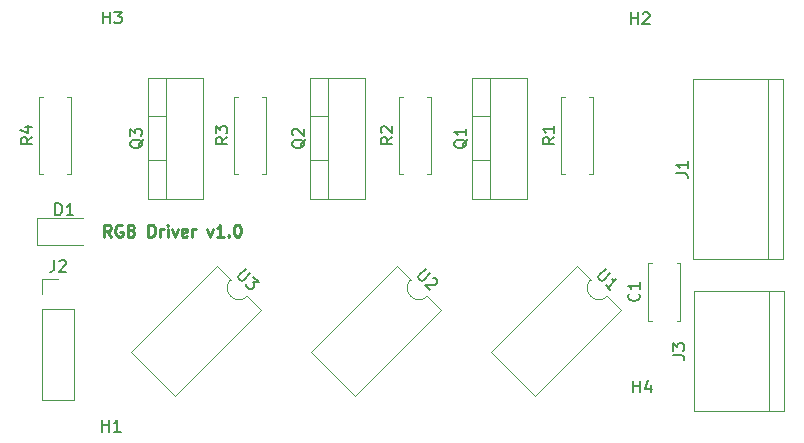
<source format=gbr>
%TF.GenerationSoftware,KiCad,Pcbnew,5.1.6-c6e7f7d~87~ubuntu18.04.1*%
%TF.CreationDate,2021-06-08T23:32:45+01:00*%
%TF.ProjectId,hp_led_driver,68705f6c-6564-45f6-9472-697665722e6b,rev?*%
%TF.SameCoordinates,Original*%
%TF.FileFunction,Legend,Top*%
%TF.FilePolarity,Positive*%
%FSLAX46Y46*%
G04 Gerber Fmt 4.6, Leading zero omitted, Abs format (unit mm)*
G04 Created by KiCad (PCBNEW 5.1.6-c6e7f7d~87~ubuntu18.04.1) date 2021-06-08 23:32:45*
%MOMM*%
%LPD*%
G01*
G04 APERTURE LIST*
%ADD10C,0.250000*%
%ADD11C,0.120000*%
%ADD12C,0.150000*%
G04 APERTURE END LIST*
D10*
X152543523Y-89606380D02*
X152210190Y-89130190D01*
X151972095Y-89606380D02*
X151972095Y-88606380D01*
X152353047Y-88606380D01*
X152448285Y-88654000D01*
X152495904Y-88701619D01*
X152543523Y-88796857D01*
X152543523Y-88939714D01*
X152495904Y-89034952D01*
X152448285Y-89082571D01*
X152353047Y-89130190D01*
X151972095Y-89130190D01*
X153495904Y-88654000D02*
X153400666Y-88606380D01*
X153257809Y-88606380D01*
X153114952Y-88654000D01*
X153019714Y-88749238D01*
X152972095Y-88844476D01*
X152924476Y-89034952D01*
X152924476Y-89177809D01*
X152972095Y-89368285D01*
X153019714Y-89463523D01*
X153114952Y-89558761D01*
X153257809Y-89606380D01*
X153353047Y-89606380D01*
X153495904Y-89558761D01*
X153543523Y-89511142D01*
X153543523Y-89177809D01*
X153353047Y-89177809D01*
X154305428Y-89082571D02*
X154448285Y-89130190D01*
X154495904Y-89177809D01*
X154543523Y-89273047D01*
X154543523Y-89415904D01*
X154495904Y-89511142D01*
X154448285Y-89558761D01*
X154353047Y-89606380D01*
X153972095Y-89606380D01*
X153972095Y-88606380D01*
X154305428Y-88606380D01*
X154400666Y-88654000D01*
X154448285Y-88701619D01*
X154495904Y-88796857D01*
X154495904Y-88892095D01*
X154448285Y-88987333D01*
X154400666Y-89034952D01*
X154305428Y-89082571D01*
X153972095Y-89082571D01*
X155734000Y-89606380D02*
X155734000Y-88606380D01*
X155972095Y-88606380D01*
X156114952Y-88654000D01*
X156210190Y-88749238D01*
X156257809Y-88844476D01*
X156305428Y-89034952D01*
X156305428Y-89177809D01*
X156257809Y-89368285D01*
X156210190Y-89463523D01*
X156114952Y-89558761D01*
X155972095Y-89606380D01*
X155734000Y-89606380D01*
X156734000Y-89606380D02*
X156734000Y-88939714D01*
X156734000Y-89130190D02*
X156781619Y-89034952D01*
X156829238Y-88987333D01*
X156924476Y-88939714D01*
X157019714Y-88939714D01*
X157353047Y-89606380D02*
X157353047Y-88939714D01*
X157353047Y-88606380D02*
X157305428Y-88654000D01*
X157353047Y-88701619D01*
X157400666Y-88654000D01*
X157353047Y-88606380D01*
X157353047Y-88701619D01*
X157734000Y-88939714D02*
X157972095Y-89606380D01*
X158210190Y-88939714D01*
X158972095Y-89558761D02*
X158876857Y-89606380D01*
X158686380Y-89606380D01*
X158591142Y-89558761D01*
X158543523Y-89463523D01*
X158543523Y-89082571D01*
X158591142Y-88987333D01*
X158686380Y-88939714D01*
X158876857Y-88939714D01*
X158972095Y-88987333D01*
X159019714Y-89082571D01*
X159019714Y-89177809D01*
X158543523Y-89273047D01*
X159448285Y-89606380D02*
X159448285Y-88939714D01*
X159448285Y-89130190D02*
X159495904Y-89034952D01*
X159543523Y-88987333D01*
X159638761Y-88939714D01*
X159734000Y-88939714D01*
X160734000Y-88939714D02*
X160972095Y-89606380D01*
X161210190Y-88939714D01*
X162114952Y-89606380D02*
X161543523Y-89606380D01*
X161829238Y-89606380D02*
X161829238Y-88606380D01*
X161734000Y-88749238D01*
X161638761Y-88844476D01*
X161543523Y-88892095D01*
X162543523Y-89511142D02*
X162591142Y-89558761D01*
X162543523Y-89606380D01*
X162495904Y-89558761D01*
X162543523Y-89511142D01*
X162543523Y-89606380D01*
X163210190Y-88606380D02*
X163305428Y-88606380D01*
X163400666Y-88654000D01*
X163448285Y-88701619D01*
X163495904Y-88796857D01*
X163543523Y-88987333D01*
X163543523Y-89225428D01*
X163495904Y-89415904D01*
X163448285Y-89511142D01*
X163400666Y-89558761D01*
X163305428Y-89606380D01*
X163210190Y-89606380D01*
X163114952Y-89558761D01*
X163067333Y-89511142D01*
X163019714Y-89415904D01*
X162972095Y-89225428D01*
X162972095Y-88987333D01*
X163019714Y-88796857D01*
X163067333Y-88701619D01*
X163114952Y-88654000D01*
X163210190Y-88606380D01*
D11*
%TO.C,U2*%
X180514362Y-95829458D02*
X179347636Y-94662732D01*
X173245304Y-103098515D02*
X180514362Y-95829458D01*
X169497638Y-99350850D02*
X173245304Y-103098515D01*
X176766696Y-92081792D02*
X169497638Y-99350850D01*
X177933422Y-93248518D02*
X176766696Y-92081792D01*
X179347636Y-94662732D02*
G75*
G02*
X177933422Y-93248518I-707107J707107D01*
G01*
%TO.C,C1*%
X200445000Y-91804000D02*
X200760000Y-91804000D01*
X198020000Y-91804000D02*
X198335000Y-91804000D01*
X200445000Y-96744000D02*
X200760000Y-96744000D01*
X198020000Y-96744000D02*
X198335000Y-96744000D01*
X200760000Y-96744000D02*
X200760000Y-91804000D01*
X198020000Y-96744000D02*
X198020000Y-91804000D01*
%TO.C,R3*%
X163298000Y-84296000D02*
X162968000Y-84296000D01*
X162968000Y-84296000D02*
X162968000Y-77756000D01*
X162968000Y-77756000D02*
X163298000Y-77756000D01*
X165378000Y-84296000D02*
X165708000Y-84296000D01*
X165708000Y-84296000D02*
X165708000Y-77756000D01*
X165708000Y-77756000D02*
X165378000Y-77756000D01*
%TO.C,R2*%
X177268000Y-84296000D02*
X176938000Y-84296000D01*
X176938000Y-84296000D02*
X176938000Y-77756000D01*
X176938000Y-77756000D02*
X177268000Y-77756000D01*
X179348000Y-84296000D02*
X179678000Y-84296000D01*
X179678000Y-84296000D02*
X179678000Y-77756000D01*
X179678000Y-77756000D02*
X179348000Y-77756000D01*
%TO.C,R1*%
X190984000Y-84296000D02*
X190654000Y-84296000D01*
X190654000Y-84296000D02*
X190654000Y-77756000D01*
X190654000Y-77756000D02*
X190984000Y-77756000D01*
X193064000Y-84296000D02*
X193394000Y-84296000D01*
X193394000Y-84296000D02*
X193394000Y-77756000D01*
X193394000Y-77756000D02*
X193064000Y-77756000D01*
%TO.C,J1*%
X209423000Y-91503500D02*
X209423000Y-76263500D01*
X201803000Y-91503500D02*
X201803000Y-76263500D01*
X208153000Y-91503500D02*
X208153000Y-76263500D01*
X209423000Y-76263500D02*
X201803000Y-76263500D01*
X209423000Y-91503500D02*
X201803000Y-91503500D01*
%TO.C,J2*%
X146752000Y-93158000D02*
X148082000Y-93158000D01*
X146752000Y-94488000D02*
X146752000Y-93158000D01*
X146752000Y-95758000D02*
X149412000Y-95758000D01*
X149412000Y-95758000D02*
X149412000Y-103438000D01*
X146752000Y-95758000D02*
X146752000Y-103438000D01*
X146752000Y-103438000D02*
X149412000Y-103438000D01*
%TO.C,J3*%
X209550000Y-104394000D02*
X209550000Y-94234000D01*
X201930000Y-104394000D02*
X209550000Y-104394000D01*
X201930000Y-94234000D02*
X201930000Y-104394000D01*
X209550000Y-94234000D02*
X201930000Y-94234000D01*
X208280000Y-94234000D02*
X208280000Y-104394000D01*
%TO.C,Q1*%
X183166000Y-79429000D02*
X184676000Y-79429000D01*
X183166000Y-83130000D02*
X184676000Y-83130000D01*
X184676000Y-86400000D02*
X184676000Y-76160000D01*
X183166000Y-76160000D02*
X187807000Y-76160000D01*
X183166000Y-86400000D02*
X187807000Y-86400000D01*
X187807000Y-86400000D02*
X187807000Y-76160000D01*
X183166000Y-86400000D02*
X183166000Y-76160000D01*
%TO.C,Q2*%
X169450000Y-86400000D02*
X169450000Y-76160000D01*
X174091000Y-86400000D02*
X174091000Y-76160000D01*
X169450000Y-86400000D02*
X174091000Y-86400000D01*
X169450000Y-76160000D02*
X174091000Y-76160000D01*
X170960000Y-86400000D02*
X170960000Y-76160000D01*
X169450000Y-83130000D02*
X170960000Y-83130000D01*
X169450000Y-79429000D02*
X170960000Y-79429000D01*
%TO.C,Q3*%
X155734000Y-79429000D02*
X157244000Y-79429000D01*
X155734000Y-83130000D02*
X157244000Y-83130000D01*
X157244000Y-86400000D02*
X157244000Y-76160000D01*
X155734000Y-76160000D02*
X160375000Y-76160000D01*
X155734000Y-86400000D02*
X160375000Y-86400000D01*
X160375000Y-86400000D02*
X160375000Y-76160000D01*
X155734000Y-86400000D02*
X155734000Y-76160000D01*
%TO.C,U1*%
X193173422Y-93248518D02*
X192006696Y-92081792D01*
X192006696Y-92081792D02*
X184737638Y-99350850D01*
X184737638Y-99350850D02*
X188485304Y-103098515D01*
X188485304Y-103098515D02*
X195754362Y-95829458D01*
X195754362Y-95829458D02*
X194587636Y-94662732D01*
X194587636Y-94662732D02*
G75*
G02*
X193173422Y-93248518I-707107J707107D01*
G01*
%TO.C,U3*%
X162693422Y-93248518D02*
X161526696Y-92081792D01*
X161526696Y-92081792D02*
X154257638Y-99350850D01*
X154257638Y-99350850D02*
X158005304Y-103098515D01*
X158005304Y-103098515D02*
X165274362Y-95829458D01*
X165274362Y-95829458D02*
X164107636Y-94662732D01*
X164107636Y-94662732D02*
G75*
G02*
X162693422Y-93248518I-707107J707107D01*
G01*
%TO.C,R4*%
X149198000Y-77756000D02*
X148868000Y-77756000D01*
X149198000Y-84296000D02*
X149198000Y-77756000D01*
X148868000Y-84296000D02*
X149198000Y-84296000D01*
X146458000Y-77756000D02*
X146788000Y-77756000D01*
X146458000Y-84296000D02*
X146458000Y-77756000D01*
X146788000Y-84296000D02*
X146458000Y-84296000D01*
%TO.C,D1*%
X146305000Y-90289000D02*
X150190000Y-90289000D01*
X146305000Y-88019000D02*
X146305000Y-90289000D01*
X150190000Y-88019000D02*
X146305000Y-88019000D01*
%TO.C,U2*%
D12*
X179196113Y-92322544D02*
X178623693Y-92894964D01*
X178590021Y-92995979D01*
X178590021Y-93063323D01*
X178623693Y-93164338D01*
X178758380Y-93299025D01*
X178859395Y-93332697D01*
X178926739Y-93332697D01*
X179027754Y-93299025D01*
X179600174Y-92726605D01*
X179835876Y-93096995D02*
X179903219Y-93096995D01*
X180004235Y-93130666D01*
X180172593Y-93299025D01*
X180206265Y-93400040D01*
X180206265Y-93467384D01*
X180172593Y-93568399D01*
X180105250Y-93635743D01*
X179970563Y-93703086D01*
X179162441Y-93703086D01*
X179600174Y-94140819D01*
%TO.C,C1*%
X197247142Y-94440666D02*
X197294761Y-94488285D01*
X197342380Y-94631142D01*
X197342380Y-94726380D01*
X197294761Y-94869238D01*
X197199523Y-94964476D01*
X197104285Y-95012095D01*
X196913809Y-95059714D01*
X196770952Y-95059714D01*
X196580476Y-95012095D01*
X196485238Y-94964476D01*
X196390000Y-94869238D01*
X196342380Y-94726380D01*
X196342380Y-94631142D01*
X196390000Y-94488285D01*
X196437619Y-94440666D01*
X197342380Y-93488285D02*
X197342380Y-94059714D01*
X197342380Y-93774000D02*
X196342380Y-93774000D01*
X196485238Y-93869238D01*
X196580476Y-93964476D01*
X196628095Y-94059714D01*
%TO.C,R3*%
X162420380Y-81192666D02*
X161944190Y-81526000D01*
X162420380Y-81764095D02*
X161420380Y-81764095D01*
X161420380Y-81383142D01*
X161468000Y-81287904D01*
X161515619Y-81240285D01*
X161610857Y-81192666D01*
X161753714Y-81192666D01*
X161848952Y-81240285D01*
X161896571Y-81287904D01*
X161944190Y-81383142D01*
X161944190Y-81764095D01*
X161420380Y-80859333D02*
X161420380Y-80240285D01*
X161801333Y-80573619D01*
X161801333Y-80430761D01*
X161848952Y-80335523D01*
X161896571Y-80287904D01*
X161991809Y-80240285D01*
X162229904Y-80240285D01*
X162325142Y-80287904D01*
X162372761Y-80335523D01*
X162420380Y-80430761D01*
X162420380Y-80716476D01*
X162372761Y-80811714D01*
X162325142Y-80859333D01*
%TO.C,R2*%
X176390380Y-81192666D02*
X175914190Y-81526000D01*
X176390380Y-81764095D02*
X175390380Y-81764095D01*
X175390380Y-81383142D01*
X175438000Y-81287904D01*
X175485619Y-81240285D01*
X175580857Y-81192666D01*
X175723714Y-81192666D01*
X175818952Y-81240285D01*
X175866571Y-81287904D01*
X175914190Y-81383142D01*
X175914190Y-81764095D01*
X175485619Y-80811714D02*
X175438000Y-80764095D01*
X175390380Y-80668857D01*
X175390380Y-80430761D01*
X175438000Y-80335523D01*
X175485619Y-80287904D01*
X175580857Y-80240285D01*
X175676095Y-80240285D01*
X175818952Y-80287904D01*
X176390380Y-80859333D01*
X176390380Y-80240285D01*
%TO.C,R1*%
X190106380Y-81192666D02*
X189630190Y-81526000D01*
X190106380Y-81764095D02*
X189106380Y-81764095D01*
X189106380Y-81383142D01*
X189154000Y-81287904D01*
X189201619Y-81240285D01*
X189296857Y-81192666D01*
X189439714Y-81192666D01*
X189534952Y-81240285D01*
X189582571Y-81287904D01*
X189630190Y-81383142D01*
X189630190Y-81764095D01*
X190106380Y-80240285D02*
X190106380Y-80811714D01*
X190106380Y-80526000D02*
X189106380Y-80526000D01*
X189249238Y-80621238D01*
X189344476Y-80716476D01*
X189392095Y-80811714D01*
%TO.C,J1*%
X200415380Y-84246833D02*
X201129666Y-84246833D01*
X201272523Y-84294452D01*
X201367761Y-84389690D01*
X201415380Y-84532547D01*
X201415380Y-84627785D01*
X201415380Y-83246833D02*
X201415380Y-83818261D01*
X201415380Y-83532547D02*
X200415380Y-83532547D01*
X200558238Y-83627785D01*
X200653476Y-83723023D01*
X200701095Y-83818261D01*
%TO.C,J2*%
X147748666Y-91610380D02*
X147748666Y-92324666D01*
X147701047Y-92467523D01*
X147605809Y-92562761D01*
X147462952Y-92610380D01*
X147367714Y-92610380D01*
X148177238Y-91705619D02*
X148224857Y-91658000D01*
X148320095Y-91610380D01*
X148558190Y-91610380D01*
X148653428Y-91658000D01*
X148701047Y-91705619D01*
X148748666Y-91800857D01*
X148748666Y-91896095D01*
X148701047Y-92038952D01*
X148129619Y-92610380D01*
X148748666Y-92610380D01*
%TO.C,J3*%
X200112380Y-99647333D02*
X200826666Y-99647333D01*
X200969523Y-99694952D01*
X201064761Y-99790190D01*
X201112380Y-99933047D01*
X201112380Y-100028285D01*
X200112380Y-99266380D02*
X200112380Y-98647333D01*
X200493333Y-98980666D01*
X200493333Y-98837809D01*
X200540952Y-98742571D01*
X200588571Y-98694952D01*
X200683809Y-98647333D01*
X200921904Y-98647333D01*
X201017142Y-98694952D01*
X201064761Y-98742571D01*
X201112380Y-98837809D01*
X201112380Y-99123523D01*
X201064761Y-99218761D01*
X201017142Y-99266380D01*
%TO.C,Q1*%
X182713619Y-81375238D02*
X182666000Y-81470476D01*
X182570761Y-81565714D01*
X182427904Y-81708571D01*
X182380285Y-81803809D01*
X182380285Y-81899047D01*
X182618380Y-81851428D02*
X182570761Y-81946666D01*
X182475523Y-82041904D01*
X182285047Y-82089523D01*
X181951714Y-82089523D01*
X181761238Y-82041904D01*
X181666000Y-81946666D01*
X181618380Y-81851428D01*
X181618380Y-81660952D01*
X181666000Y-81565714D01*
X181761238Y-81470476D01*
X181951714Y-81422857D01*
X182285047Y-81422857D01*
X182475523Y-81470476D01*
X182570761Y-81565714D01*
X182618380Y-81660952D01*
X182618380Y-81851428D01*
X182618380Y-80470476D02*
X182618380Y-81041904D01*
X182618380Y-80756190D02*
X181618380Y-80756190D01*
X181761238Y-80851428D01*
X181856476Y-80946666D01*
X181904095Y-81041904D01*
%TO.C,Q2*%
X168997619Y-81375238D02*
X168950000Y-81470476D01*
X168854761Y-81565714D01*
X168711904Y-81708571D01*
X168664285Y-81803809D01*
X168664285Y-81899047D01*
X168902380Y-81851428D02*
X168854761Y-81946666D01*
X168759523Y-82041904D01*
X168569047Y-82089523D01*
X168235714Y-82089523D01*
X168045238Y-82041904D01*
X167950000Y-81946666D01*
X167902380Y-81851428D01*
X167902380Y-81660952D01*
X167950000Y-81565714D01*
X168045238Y-81470476D01*
X168235714Y-81422857D01*
X168569047Y-81422857D01*
X168759523Y-81470476D01*
X168854761Y-81565714D01*
X168902380Y-81660952D01*
X168902380Y-81851428D01*
X167997619Y-81041904D02*
X167950000Y-80994285D01*
X167902380Y-80899047D01*
X167902380Y-80660952D01*
X167950000Y-80565714D01*
X167997619Y-80518095D01*
X168092857Y-80470476D01*
X168188095Y-80470476D01*
X168330952Y-80518095D01*
X168902380Y-81089523D01*
X168902380Y-80470476D01*
%TO.C,Q3*%
X155281619Y-81375238D02*
X155234000Y-81470476D01*
X155138761Y-81565714D01*
X154995904Y-81708571D01*
X154948285Y-81803809D01*
X154948285Y-81899047D01*
X155186380Y-81851428D02*
X155138761Y-81946666D01*
X155043523Y-82041904D01*
X154853047Y-82089523D01*
X154519714Y-82089523D01*
X154329238Y-82041904D01*
X154234000Y-81946666D01*
X154186380Y-81851428D01*
X154186380Y-81660952D01*
X154234000Y-81565714D01*
X154329238Y-81470476D01*
X154519714Y-81422857D01*
X154853047Y-81422857D01*
X155043523Y-81470476D01*
X155138761Y-81565714D01*
X155186380Y-81660952D01*
X155186380Y-81851428D01*
X154186380Y-81089523D02*
X154186380Y-80470476D01*
X154567333Y-80803809D01*
X154567333Y-80660952D01*
X154614952Y-80565714D01*
X154662571Y-80518095D01*
X154757809Y-80470476D01*
X154995904Y-80470476D01*
X155091142Y-80518095D01*
X155138761Y-80565714D01*
X155186380Y-80660952D01*
X155186380Y-80946666D01*
X155138761Y-81041904D01*
X155091142Y-81089523D01*
%TO.C,U1*%
X194436113Y-92322544D02*
X193863693Y-92894964D01*
X193830021Y-92995979D01*
X193830021Y-93063323D01*
X193863693Y-93164338D01*
X193998380Y-93299025D01*
X194099395Y-93332697D01*
X194166739Y-93332697D01*
X194267754Y-93299025D01*
X194840174Y-92726605D01*
X194840174Y-94140819D02*
X194436113Y-93736758D01*
X194638143Y-93938788D02*
X195345250Y-93231682D01*
X195176891Y-93265353D01*
X195042204Y-93265353D01*
X194941189Y-93231682D01*
%TO.C,U3*%
X163956113Y-92322544D02*
X163383693Y-92894964D01*
X163350021Y-92995979D01*
X163350021Y-93063323D01*
X163383693Y-93164338D01*
X163518380Y-93299025D01*
X163619395Y-93332697D01*
X163686739Y-93332697D01*
X163787754Y-93299025D01*
X164360174Y-92726605D01*
X164629548Y-92995979D02*
X165067280Y-93433712D01*
X164562204Y-93467384D01*
X164663219Y-93568399D01*
X164696891Y-93669414D01*
X164696891Y-93736758D01*
X164663219Y-93837773D01*
X164494861Y-94006132D01*
X164393845Y-94039804D01*
X164326502Y-94039804D01*
X164225487Y-94006132D01*
X164023456Y-93804101D01*
X163989784Y-93703086D01*
X163989784Y-93635743D01*
%TO.C,R4*%
X145910380Y-81192666D02*
X145434190Y-81526000D01*
X145910380Y-81764095D02*
X144910380Y-81764095D01*
X144910380Y-81383142D01*
X144958000Y-81287904D01*
X145005619Y-81240285D01*
X145100857Y-81192666D01*
X145243714Y-81192666D01*
X145338952Y-81240285D01*
X145386571Y-81287904D01*
X145434190Y-81383142D01*
X145434190Y-81764095D01*
X145243714Y-80335523D02*
X145910380Y-80335523D01*
X144862761Y-80573619D02*
X145577047Y-80811714D01*
X145577047Y-80192666D01*
%TO.C,D1*%
X147851904Y-87786380D02*
X147851904Y-86786380D01*
X148090000Y-86786380D01*
X148232857Y-86834000D01*
X148328095Y-86929238D01*
X148375714Y-87024476D01*
X148423333Y-87214952D01*
X148423333Y-87357809D01*
X148375714Y-87548285D01*
X148328095Y-87643523D01*
X148232857Y-87738761D01*
X148090000Y-87786380D01*
X147851904Y-87786380D01*
X149375714Y-87786380D02*
X148804285Y-87786380D01*
X149090000Y-87786380D02*
X149090000Y-86786380D01*
X148994761Y-86929238D01*
X148899523Y-87024476D01*
X148804285Y-87072095D01*
%TO.C,H1*%
X151828595Y-106116380D02*
X151828595Y-105116380D01*
X151828595Y-105592571D02*
X152400023Y-105592571D01*
X152400023Y-106116380D02*
X152400023Y-105116380D01*
X153400023Y-106116380D02*
X152828595Y-106116380D01*
X153114309Y-106116380D02*
X153114309Y-105116380D01*
X153019071Y-105259238D01*
X152923833Y-105354476D01*
X152828595Y-105402095D01*
%TO.C,H2*%
X196596095Y-71628380D02*
X196596095Y-70628380D01*
X196596095Y-71104571D02*
X197167523Y-71104571D01*
X197167523Y-71628380D02*
X197167523Y-70628380D01*
X197596095Y-70723619D02*
X197643714Y-70676000D01*
X197738952Y-70628380D01*
X197977047Y-70628380D01*
X198072285Y-70676000D01*
X198119904Y-70723619D01*
X198167523Y-70818857D01*
X198167523Y-70914095D01*
X198119904Y-71056952D01*
X197548476Y-71628380D01*
X198167523Y-71628380D01*
%TO.C,H3*%
X151892095Y-71564880D02*
X151892095Y-70564880D01*
X151892095Y-71041071D02*
X152463523Y-71041071D01*
X152463523Y-71564880D02*
X152463523Y-70564880D01*
X152844476Y-70564880D02*
X153463523Y-70564880D01*
X153130190Y-70945833D01*
X153273047Y-70945833D01*
X153368285Y-70993452D01*
X153415904Y-71041071D01*
X153463523Y-71136309D01*
X153463523Y-71374404D01*
X153415904Y-71469642D01*
X153368285Y-71517261D01*
X153273047Y-71564880D01*
X152987333Y-71564880D01*
X152892095Y-71517261D01*
X152844476Y-71469642D01*
%TO.C,H4*%
X196786595Y-102806880D02*
X196786595Y-101806880D01*
X196786595Y-102283071D02*
X197358023Y-102283071D01*
X197358023Y-102806880D02*
X197358023Y-101806880D01*
X198262785Y-102140214D02*
X198262785Y-102806880D01*
X198024690Y-101759261D02*
X197786595Y-102473547D01*
X198405642Y-102473547D01*
%TD*%
M02*

</source>
